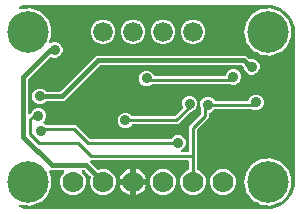
<source format=gbr>
G04 EAGLE Gerber RS-274X export*
G75*
%MOMM*%
%FSLAX34Y34*%
%LPD*%
%INBottom Copper*%
%IPPOS*%
%AMOC8*
5,1,8,0,0,1.08239X$1,22.5*%
G01*
%ADD10C,1.778000*%
%ADD11C,3.516000*%
%ADD12C,1.676400*%
%ADD13C,0.906400*%
%ADD14C,0.254000*%
%ADD15C,0.889000*%
%ADD16C,0.406400*%

G36*
X228622Y2543D02*
X228622Y2543D01*
X228700Y2545D01*
X232077Y2810D01*
X232145Y2824D01*
X232214Y2829D01*
X232370Y2869D01*
X238794Y4956D01*
X238901Y5006D01*
X239012Y5050D01*
X239063Y5083D01*
X239082Y5091D01*
X239097Y5104D01*
X239148Y5136D01*
X244612Y9107D01*
X244699Y9188D01*
X244746Y9227D01*
X244752Y9231D01*
X244753Y9233D01*
X244791Y9264D01*
X244829Y9310D01*
X244844Y9324D01*
X244855Y9341D01*
X244893Y9387D01*
X246586Y11717D01*
X246599Y11741D01*
X246616Y11761D01*
X246675Y11879D01*
X246739Y11996D01*
X246746Y12022D01*
X246758Y12046D01*
X246785Y12174D01*
X246799Y12185D01*
X246823Y12196D01*
X246925Y12281D01*
X247031Y12361D01*
X247048Y12382D01*
X247068Y12398D01*
X247171Y12522D01*
X248864Y14852D01*
X248921Y14956D01*
X248985Y15056D01*
X249007Y15113D01*
X249017Y15131D01*
X249022Y15151D01*
X249044Y15206D01*
X251131Y21630D01*
X251144Y21698D01*
X251167Y21764D01*
X251190Y21923D01*
X251455Y25300D01*
X251455Y25304D01*
X251456Y25307D01*
X251455Y25326D01*
X251459Y25400D01*
X251459Y152400D01*
X251457Y152422D01*
X251455Y152500D01*
X251190Y155877D01*
X251176Y155945D01*
X251171Y156014D01*
X251131Y156170D01*
X249044Y162594D01*
X248993Y162701D01*
X248950Y162812D01*
X248917Y162863D01*
X248909Y162882D01*
X248896Y162897D01*
X248864Y162948D01*
X247171Y165278D01*
X247153Y165297D01*
X247139Y165320D01*
X247044Y165413D01*
X246953Y165509D01*
X246931Y165524D01*
X246912Y165542D01*
X246798Y165608D01*
X246792Y165624D01*
X246789Y165651D01*
X246740Y165775D01*
X246697Y165900D01*
X246682Y165922D01*
X246672Y165947D01*
X246586Y166083D01*
X244893Y168413D01*
X244812Y168499D01*
X244736Y168591D01*
X244690Y168629D01*
X244676Y168644D01*
X244658Y168655D01*
X244612Y168693D01*
X239148Y172664D01*
X239044Y172721D01*
X238944Y172785D01*
X238887Y172807D01*
X238869Y172817D01*
X238849Y172822D01*
X238794Y172844D01*
X232370Y174931D01*
X232302Y174944D01*
X232236Y174967D01*
X232077Y174990D01*
X228700Y175255D01*
X228678Y175254D01*
X228600Y175259D01*
X25400Y175259D01*
X25378Y175257D01*
X25300Y175255D01*
X21923Y174990D01*
X21855Y174976D01*
X21786Y174971D01*
X21630Y174931D01*
X18892Y174041D01*
X18867Y174030D01*
X18841Y174024D01*
X18724Y173963D01*
X18604Y173906D01*
X18583Y173889D01*
X18560Y173877D01*
X18461Y173788D01*
X18359Y173703D01*
X18343Y173682D01*
X18323Y173664D01*
X18250Y173554D01*
X18172Y173446D01*
X18162Y173421D01*
X18147Y173399D01*
X18103Y173274D01*
X18054Y173150D01*
X18051Y173124D01*
X18042Y173099D01*
X18031Y172967D01*
X18014Y172835D01*
X18018Y172808D01*
X18016Y172782D01*
X18038Y172651D01*
X18054Y172519D01*
X18064Y172495D01*
X18068Y172468D01*
X18122Y172347D01*
X18171Y172224D01*
X18187Y172202D01*
X18198Y172178D01*
X18280Y172074D01*
X18358Y171966D01*
X18378Y171949D01*
X18395Y171928D01*
X18500Y171848D01*
X18603Y171763D01*
X18627Y171752D01*
X18648Y171736D01*
X18770Y171684D01*
X18890Y171628D01*
X18916Y171623D01*
X18941Y171612D01*
X19072Y171593D01*
X19203Y171568D01*
X19229Y171569D01*
X19256Y171565D01*
X19416Y171572D01*
X20598Y171696D01*
X20698Y171720D01*
X20799Y171734D01*
X20887Y171764D01*
X20908Y171769D01*
X20920Y171775D01*
X20951Y171786D01*
X21499Y172013D01*
X23543Y172013D01*
X23560Y172015D01*
X23676Y172020D01*
X27504Y172422D01*
X28573Y172075D01*
X28690Y172053D01*
X28805Y172023D01*
X28865Y172019D01*
X28885Y172015D01*
X28906Y172017D01*
X28965Y172013D01*
X29301Y172013D01*
X31209Y171222D01*
X31230Y171217D01*
X31303Y171188D01*
X35466Y169835D01*
X36078Y169285D01*
X36189Y169207D01*
X36297Y169126D01*
X36327Y169111D01*
X36339Y169103D01*
X36359Y169096D01*
X36441Y169055D01*
X36510Y169027D01*
X37805Y167732D01*
X37819Y167721D01*
X37853Y167686D01*
X41687Y164234D01*
X41900Y163756D01*
X41979Y163626D01*
X42250Y162971D01*
X42255Y162962D01*
X42263Y162941D01*
X45092Y156586D01*
X45092Y148214D01*
X43463Y144555D01*
X43418Y144407D01*
X43372Y144257D01*
X43372Y144254D01*
X43371Y144250D01*
X43365Y144095D01*
X43357Y143940D01*
X43358Y143936D01*
X43358Y143933D01*
X43390Y143779D01*
X43422Y143628D01*
X43423Y143625D01*
X43424Y143622D01*
X43495Y143479D01*
X43561Y143343D01*
X43564Y143340D01*
X43565Y143337D01*
X43669Y143216D01*
X43768Y143101D01*
X43771Y143099D01*
X43773Y143096D01*
X43902Y143006D01*
X44028Y142917D01*
X44031Y142916D01*
X44034Y142914D01*
X44179Y142860D01*
X44325Y142805D01*
X44329Y142804D01*
X44332Y142803D01*
X44486Y142787D01*
X44641Y142770D01*
X44645Y142770D01*
X44648Y142770D01*
X44801Y142792D01*
X44956Y142814D01*
X44961Y142815D01*
X44963Y142816D01*
X44969Y142818D01*
X45108Y142866D01*
X46971Y143638D01*
X49549Y143638D01*
X51929Y142652D01*
X53752Y140829D01*
X54738Y138449D01*
X54738Y135871D01*
X53752Y133491D01*
X51929Y131668D01*
X49549Y130682D01*
X46971Y130682D01*
X45456Y131310D01*
X45428Y131318D01*
X45402Y131331D01*
X45275Y131360D01*
X45150Y131394D01*
X45120Y131394D01*
X45091Y131401D01*
X44961Y131397D01*
X44832Y131399D01*
X44803Y131392D01*
X44773Y131391D01*
X44649Y131355D01*
X44522Y131325D01*
X44496Y131311D01*
X44468Y131303D01*
X44356Y131237D01*
X44241Y131176D01*
X44219Y131156D01*
X44194Y131141D01*
X44073Y131035D01*
X25772Y112734D01*
X25712Y112656D01*
X25644Y112584D01*
X25615Y112531D01*
X25578Y112483D01*
X25538Y112392D01*
X25490Y112305D01*
X25475Y112247D01*
X25451Y112191D01*
X25436Y112093D01*
X25411Y111997D01*
X25405Y111897D01*
X25401Y111877D01*
X25403Y111865D01*
X25401Y111837D01*
X25401Y83936D01*
X25418Y83798D01*
X25431Y83659D01*
X25438Y83640D01*
X25441Y83620D01*
X25492Y83491D01*
X25539Y83360D01*
X25550Y83343D01*
X25558Y83325D01*
X25639Y83212D01*
X25717Y83097D01*
X25733Y83084D01*
X25744Y83067D01*
X25852Y82978D01*
X25956Y82886D01*
X25974Y82877D01*
X25989Y82864D01*
X26115Y82805D01*
X26239Y82742D01*
X26259Y82737D01*
X26277Y82729D01*
X26413Y82703D01*
X26549Y82672D01*
X26570Y82673D01*
X26589Y82669D01*
X26728Y82678D01*
X26867Y82682D01*
X26887Y82688D01*
X26907Y82689D01*
X27039Y82732D01*
X27173Y82770D01*
X27190Y82781D01*
X27209Y82787D01*
X27327Y82861D01*
X27447Y82932D01*
X27468Y82950D01*
X27478Y82957D01*
X27492Y82972D01*
X27567Y83038D01*
X27950Y83421D01*
X27956Y83428D01*
X27963Y83434D01*
X28053Y83554D01*
X28145Y83672D01*
X28149Y83681D01*
X28155Y83688D01*
X28225Y83833D01*
X28697Y84971D01*
X30543Y86817D01*
X32956Y87817D01*
X35568Y87817D01*
X37981Y86817D01*
X39827Y84971D01*
X40827Y82558D01*
X40827Y79946D01*
X39827Y77533D01*
X38763Y76469D01*
X38732Y76430D01*
X38696Y76396D01*
X38635Y76305D01*
X38568Y76218D01*
X38548Y76172D01*
X38521Y76131D01*
X38485Y76027D01*
X38442Y75926D01*
X38434Y75877D01*
X38418Y75830D01*
X38409Y75720D01*
X38392Y75612D01*
X38396Y75562D01*
X38392Y75513D01*
X38411Y75405D01*
X38422Y75295D01*
X38438Y75248D01*
X38447Y75199D01*
X38492Y75099D01*
X38529Y74996D01*
X38557Y74955D01*
X38577Y74909D01*
X38646Y74823D01*
X38708Y74733D01*
X38745Y74700D01*
X38776Y74661D01*
X38864Y74595D01*
X38946Y74522D01*
X38990Y74500D01*
X39030Y74470D01*
X39175Y74399D01*
X39787Y74145D01*
X40407Y73525D01*
X40486Y73464D01*
X40558Y73396D01*
X40611Y73367D01*
X40659Y73330D01*
X40750Y73290D01*
X40836Y73242D01*
X40895Y73227D01*
X40951Y73203D01*
X41049Y73188D01*
X41144Y73163D01*
X41244Y73157D01*
X41265Y73153D01*
X41277Y73155D01*
X41305Y73153D01*
X66138Y73153D01*
X77196Y62094D01*
X77275Y62034D01*
X77347Y61966D01*
X77400Y61937D01*
X77448Y61900D01*
X77539Y61860D01*
X77625Y61812D01*
X77684Y61797D01*
X77739Y61773D01*
X77837Y61758D01*
X77933Y61733D01*
X78033Y61727D01*
X78054Y61723D01*
X78066Y61725D01*
X78094Y61723D01*
X145893Y61723D01*
X145991Y61735D01*
X146090Y61738D01*
X146148Y61755D01*
X146209Y61763D01*
X146301Y61799D01*
X146396Y61827D01*
X146448Y61857D01*
X146504Y61880D01*
X146584Y61938D01*
X146670Y61988D01*
X146745Y62054D01*
X146762Y62066D01*
X146769Y62076D01*
X146791Y62094D01*
X148681Y63985D01*
X151094Y64985D01*
X153706Y64985D01*
X156119Y63985D01*
X157965Y62139D01*
X158965Y59726D01*
X158965Y57114D01*
X157965Y54701D01*
X156119Y52855D01*
X155829Y52735D01*
X155768Y52700D01*
X155703Y52674D01*
X155631Y52622D01*
X155552Y52577D01*
X155502Y52529D01*
X155446Y52488D01*
X155388Y52418D01*
X155324Y52356D01*
X155288Y52296D01*
X155243Y52243D01*
X155205Y52161D01*
X155158Y52085D01*
X155137Y52018D01*
X155107Y51955D01*
X155091Y51867D01*
X155064Y51781D01*
X155061Y51711D01*
X155048Y51642D01*
X155053Y51553D01*
X155049Y51463D01*
X155063Y51395D01*
X155067Y51325D01*
X155095Y51240D01*
X155113Y51152D01*
X155144Y51089D01*
X155165Y51023D01*
X155214Y50947D01*
X155253Y50866D01*
X155298Y50813D01*
X155336Y50754D01*
X155401Y50692D01*
X155459Y50624D01*
X155516Y50584D01*
X155567Y50536D01*
X155646Y50493D01*
X155719Y50441D01*
X155785Y50416D01*
X155846Y50382D01*
X155933Y50360D01*
X156017Y50328D01*
X156086Y50320D01*
X156154Y50303D01*
X156314Y50293D01*
X160528Y50293D01*
X160646Y50308D01*
X160765Y50315D01*
X160803Y50328D01*
X160844Y50333D01*
X160954Y50376D01*
X161067Y50413D01*
X161102Y50435D01*
X161139Y50450D01*
X161235Y50519D01*
X161336Y50583D01*
X161364Y50613D01*
X161397Y50636D01*
X161473Y50728D01*
X161554Y50815D01*
X161574Y50850D01*
X161599Y50881D01*
X161650Y50989D01*
X161708Y51093D01*
X161718Y51133D01*
X161735Y51169D01*
X161757Y51286D01*
X161787Y51401D01*
X161791Y51461D01*
X161795Y51481D01*
X161793Y51502D01*
X161797Y51562D01*
X161797Y72678D01*
X171396Y82276D01*
X171456Y82355D01*
X171524Y82427D01*
X171553Y82480D01*
X171590Y82528D01*
X171630Y82619D01*
X171678Y82705D01*
X171693Y82764D01*
X171717Y82819D01*
X171732Y82917D01*
X171757Y83013D01*
X171763Y83113D01*
X171767Y83134D01*
X171765Y83146D01*
X171767Y83174D01*
X171767Y87990D01*
X171766Y87999D01*
X171767Y88008D01*
X171746Y88157D01*
X171727Y88305D01*
X171724Y88314D01*
X171723Y88323D01*
X171671Y88476D01*
X171299Y89372D01*
X171299Y91984D01*
X172299Y94397D01*
X174145Y96243D01*
X176558Y97243D01*
X179170Y97243D01*
X181583Y96243D01*
X183473Y94352D01*
X183552Y94292D01*
X183624Y94224D01*
X183677Y94195D01*
X183725Y94158D01*
X183816Y94118D01*
X183902Y94070D01*
X183961Y94055D01*
X184017Y94031D01*
X184115Y94016D01*
X184210Y93991D01*
X184310Y93985D01*
X184331Y93981D01*
X184343Y93983D01*
X184371Y93981D01*
X211013Y93981D01*
X211042Y93984D01*
X211071Y93982D01*
X211199Y94004D01*
X211328Y94021D01*
X211356Y94031D01*
X211385Y94036D01*
X211503Y94090D01*
X211624Y94138D01*
X211648Y94155D01*
X211675Y94167D01*
X211776Y94248D01*
X211881Y94324D01*
X211900Y94347D01*
X211923Y94366D01*
X212001Y94469D01*
X212084Y94569D01*
X212097Y94596D01*
X212114Y94620D01*
X212185Y94764D01*
X212875Y96429D01*
X214721Y98275D01*
X217134Y99275D01*
X219746Y99275D01*
X222159Y98275D01*
X224005Y96429D01*
X225005Y94016D01*
X225005Y91404D01*
X224005Y88991D01*
X222159Y87145D01*
X219746Y86145D01*
X217134Y86145D01*
X214634Y87181D01*
X214611Y87198D01*
X214520Y87238D01*
X214434Y87286D01*
X214375Y87301D01*
X214319Y87325D01*
X214221Y87340D01*
X214126Y87365D01*
X214026Y87371D01*
X214005Y87375D01*
X213993Y87373D01*
X213965Y87375D01*
X184371Y87375D01*
X184273Y87363D01*
X184174Y87360D01*
X184116Y87343D01*
X184055Y87335D01*
X183963Y87299D01*
X183868Y87271D01*
X183816Y87241D01*
X183760Y87218D01*
X183680Y87160D01*
X183594Y87110D01*
X183519Y87044D01*
X183502Y87032D01*
X183495Y87022D01*
X183473Y87004D01*
X181583Y85113D01*
X179156Y84108D01*
X179131Y84093D01*
X179103Y84084D01*
X178993Y84014D01*
X178880Y83950D01*
X178859Y83930D01*
X178834Y83914D01*
X178745Y83819D01*
X178652Y83729D01*
X178636Y83704D01*
X178616Y83682D01*
X178553Y83569D01*
X178485Y83458D01*
X178477Y83429D01*
X178462Y83404D01*
X178430Y83278D01*
X178392Y83154D01*
X178390Y83124D01*
X178383Y83096D01*
X178373Y82935D01*
X178373Y79912D01*
X168774Y70314D01*
X168714Y70235D01*
X168646Y70163D01*
X168617Y70110D01*
X168580Y70062D01*
X168540Y69971D01*
X168492Y69885D01*
X168477Y69826D01*
X168453Y69771D01*
X168438Y69673D01*
X168413Y69577D01*
X168407Y69477D01*
X168403Y69456D01*
X168405Y69444D01*
X168403Y69416D01*
X168403Y36703D01*
X168406Y36673D01*
X168404Y36644D01*
X168426Y36516D01*
X168443Y36387D01*
X168453Y36360D01*
X168458Y36331D01*
X168512Y36212D01*
X168560Y36091D01*
X168577Y36068D01*
X168589Y36041D01*
X168670Y35939D01*
X168746Y35834D01*
X168769Y35815D01*
X168788Y35792D01*
X168891Y35714D01*
X168991Y35631D01*
X169018Y35619D01*
X169042Y35601D01*
X169186Y35530D01*
X171287Y34660D01*
X174360Y31587D01*
X176023Y27573D01*
X176023Y23227D01*
X174360Y19213D01*
X171287Y16140D01*
X167273Y14477D01*
X162927Y14477D01*
X158913Y16140D01*
X155840Y19213D01*
X154177Y23227D01*
X154177Y27573D01*
X155840Y31587D01*
X158913Y34660D01*
X161014Y35530D01*
X161039Y35545D01*
X161067Y35554D01*
X161177Y35623D01*
X161290Y35688D01*
X161311Y35708D01*
X161336Y35724D01*
X161425Y35819D01*
X161518Y35909D01*
X161534Y35934D01*
X161554Y35956D01*
X161617Y36069D01*
X161685Y36180D01*
X161693Y36208D01*
X161708Y36234D01*
X161740Y36360D01*
X161778Y36484D01*
X161780Y36513D01*
X161787Y36542D01*
X161797Y36703D01*
X161797Y42418D01*
X161782Y42536D01*
X161775Y42655D01*
X161762Y42693D01*
X161757Y42734D01*
X161714Y42844D01*
X161677Y42957D01*
X161655Y42992D01*
X161640Y43029D01*
X161571Y43125D01*
X161507Y43226D01*
X161477Y43254D01*
X161454Y43287D01*
X161362Y43363D01*
X161275Y43444D01*
X161240Y43464D01*
X161209Y43489D01*
X161101Y43540D01*
X160997Y43598D01*
X160957Y43608D01*
X160921Y43625D01*
X160804Y43647D01*
X160689Y43677D01*
X160629Y43681D01*
X160609Y43685D01*
X160588Y43683D01*
X160528Y43687D01*
X79425Y43687D01*
X79287Y43670D01*
X79149Y43657D01*
X79130Y43650D01*
X79110Y43647D01*
X78981Y43596D01*
X78850Y43549D01*
X78833Y43538D01*
X78814Y43530D01*
X78702Y43449D01*
X78587Y43371D01*
X78573Y43355D01*
X78557Y43344D01*
X78468Y43236D01*
X78376Y43132D01*
X78367Y43114D01*
X78354Y43099D01*
X78295Y42973D01*
X78232Y42849D01*
X78227Y42829D01*
X78218Y42811D01*
X78192Y42674D01*
X78162Y42539D01*
X78162Y42518D01*
X78159Y42499D01*
X78167Y42360D01*
X78172Y42221D01*
X78177Y42201D01*
X78178Y42181D01*
X78221Y42049D01*
X78260Y41915D01*
X78270Y41898D01*
X78276Y41879D01*
X78351Y41761D01*
X78421Y41641D01*
X78440Y41620D01*
X78447Y41610D01*
X78462Y41596D01*
X78528Y41521D01*
X79366Y40682D01*
X84005Y36043D01*
X84029Y36025D01*
X84048Y36003D01*
X84154Y35928D01*
X84256Y35848D01*
X84284Y35837D01*
X84308Y35820D01*
X84429Y35774D01*
X84548Y35722D01*
X84577Y35717D01*
X84605Y35707D01*
X84734Y35692D01*
X84862Y35672D01*
X84892Y35675D01*
X84921Y35672D01*
X85050Y35690D01*
X85179Y35702D01*
X85207Y35712D01*
X85236Y35716D01*
X85388Y35768D01*
X86727Y36323D01*
X91073Y36323D01*
X95087Y34660D01*
X98160Y31587D01*
X99823Y27573D01*
X99823Y23227D01*
X98160Y19213D01*
X95087Y16140D01*
X91073Y14477D01*
X86727Y14477D01*
X82713Y16140D01*
X79640Y19213D01*
X77977Y23227D01*
X77977Y27573D01*
X78532Y28912D01*
X78540Y28940D01*
X78553Y28966D01*
X78582Y29093D01*
X78616Y29218D01*
X78616Y29248D01*
X78623Y29277D01*
X78619Y29406D01*
X78621Y29536D01*
X78614Y29565D01*
X78613Y29595D01*
X78577Y29719D01*
X78547Y29846D01*
X78533Y29872D01*
X78525Y29900D01*
X78459Y30012D01*
X78398Y30127D01*
X78378Y30149D01*
X78363Y30174D01*
X78257Y30295D01*
X73618Y34934D01*
X73540Y34994D01*
X73468Y35062D01*
X73415Y35091D01*
X73367Y35128D01*
X73276Y35168D01*
X73189Y35216D01*
X73131Y35231D01*
X73075Y35255D01*
X72977Y35270D01*
X72881Y35295D01*
X72781Y35301D01*
X72761Y35305D01*
X72749Y35303D01*
X72721Y35305D01*
X72106Y35305D01*
X71969Y35288D01*
X71830Y35275D01*
X71811Y35268D01*
X71790Y35265D01*
X71662Y35214D01*
X71530Y35167D01*
X71514Y35156D01*
X71495Y35148D01*
X71382Y35067D01*
X71267Y34989D01*
X71254Y34973D01*
X71237Y34962D01*
X71149Y34854D01*
X71057Y34750D01*
X71048Y34732D01*
X71035Y34717D01*
X70975Y34591D01*
X70912Y34467D01*
X70908Y34447D01*
X70899Y34429D01*
X70873Y34292D01*
X70843Y34157D01*
X70843Y34136D01*
X70839Y34117D01*
X70848Y33978D01*
X70852Y33839D01*
X70858Y33819D01*
X70859Y33799D01*
X70902Y33667D01*
X70941Y33533D01*
X70951Y33516D01*
X70957Y33497D01*
X71032Y33379D01*
X71102Y33259D01*
X71121Y33238D01*
X71127Y33228D01*
X71142Y33214D01*
X71209Y33139D01*
X72760Y31587D01*
X74423Y27573D01*
X74423Y23227D01*
X72760Y19213D01*
X69687Y16140D01*
X65673Y14477D01*
X61327Y14477D01*
X57313Y16140D01*
X54240Y19213D01*
X52577Y23227D01*
X52577Y27573D01*
X54240Y31587D01*
X55791Y33139D01*
X55877Y33248D01*
X55965Y33355D01*
X55974Y33374D01*
X55986Y33390D01*
X56042Y33518D01*
X56101Y33643D01*
X56105Y33663D01*
X56113Y33682D01*
X56135Y33820D01*
X56161Y33956D01*
X56159Y33976D01*
X56163Y33996D01*
X56150Y34135D01*
X56141Y34273D01*
X56135Y34292D01*
X56133Y34312D01*
X56086Y34444D01*
X56043Y34575D01*
X56032Y34593D01*
X56025Y34612D01*
X55947Y34727D01*
X55873Y34844D01*
X55858Y34858D01*
X55847Y34875D01*
X55742Y34967D01*
X55641Y35062D01*
X55623Y35072D01*
X55608Y35085D01*
X55484Y35149D01*
X55363Y35216D01*
X55343Y35221D01*
X55325Y35230D01*
X55189Y35260D01*
X55055Y35295D01*
X55027Y35297D01*
X55015Y35300D01*
X54994Y35299D01*
X54894Y35305D01*
X44500Y35305D01*
X44435Y35297D01*
X44368Y35298D01*
X44277Y35277D01*
X44185Y35265D01*
X44123Y35241D01*
X44059Y35226D01*
X43976Y35183D01*
X43889Y35148D01*
X43836Y35110D01*
X43777Y35079D01*
X43707Y35016D01*
X43632Y34962D01*
X43590Y34910D01*
X43540Y34866D01*
X43489Y34789D01*
X43429Y34717D01*
X43401Y34657D01*
X43364Y34601D01*
X43333Y34513D01*
X43294Y34429D01*
X43281Y34364D01*
X43259Y34301D01*
X43251Y34208D01*
X43234Y34117D01*
X43238Y34050D01*
X43232Y33984D01*
X43248Y33892D01*
X43253Y33799D01*
X43274Y33736D01*
X43285Y33671D01*
X43341Y33520D01*
X45092Y29586D01*
X45092Y21214D01*
X42263Y14859D01*
X42260Y14849D01*
X42250Y14829D01*
X41994Y14211D01*
X41975Y14187D01*
X41970Y14179D01*
X41968Y14175D01*
X41963Y14164D01*
X41900Y14044D01*
X41687Y13566D01*
X37853Y10114D01*
X37841Y10100D01*
X37805Y10068D01*
X36510Y8773D01*
X36441Y8745D01*
X36324Y8678D01*
X36204Y8615D01*
X36177Y8594D01*
X36165Y8587D01*
X36150Y8572D01*
X36078Y8515D01*
X35466Y7965D01*
X31302Y6612D01*
X31283Y6603D01*
X31209Y6577D01*
X29301Y5787D01*
X28965Y5787D01*
X28847Y5772D01*
X28729Y5765D01*
X28670Y5750D01*
X28650Y5747D01*
X28631Y5740D01*
X28573Y5725D01*
X27504Y5378D01*
X23676Y5780D01*
X23658Y5780D01*
X23543Y5787D01*
X21499Y5787D01*
X20951Y6014D01*
X20852Y6041D01*
X20757Y6077D01*
X20665Y6092D01*
X20644Y6098D01*
X20631Y6098D01*
X20598Y6104D01*
X19416Y6228D01*
X19390Y6227D01*
X19364Y6232D01*
X19231Y6224D01*
X19098Y6221D01*
X19073Y6214D01*
X19046Y6213D01*
X18920Y6172D01*
X18792Y6136D01*
X18769Y6123D01*
X18744Y6114D01*
X18632Y6043D01*
X18517Y5977D01*
X18498Y5958D01*
X18475Y5944D01*
X18384Y5848D01*
X18289Y5755D01*
X18276Y5732D01*
X18257Y5712D01*
X18193Y5596D01*
X18124Y5483D01*
X18117Y5457D01*
X18104Y5434D01*
X18071Y5305D01*
X18032Y5178D01*
X18031Y5152D01*
X18025Y5126D01*
X18025Y4993D01*
X18019Y4860D01*
X18024Y4834D01*
X18024Y4808D01*
X18057Y4679D01*
X18085Y4549D01*
X18097Y4525D01*
X18103Y4500D01*
X18167Y4383D01*
X18226Y4264D01*
X18243Y4244D01*
X18256Y4221D01*
X18347Y4124D01*
X18433Y4023D01*
X18455Y4008D01*
X18474Y3989D01*
X18585Y3917D01*
X18694Y3842D01*
X18719Y3832D01*
X18742Y3818D01*
X18892Y3759D01*
X21630Y2869D01*
X21698Y2856D01*
X21764Y2833D01*
X21923Y2810D01*
X25300Y2545D01*
X25322Y2546D01*
X25400Y2541D01*
X228600Y2541D01*
X228622Y2543D01*
G37*
%LPC*%
G36*
X34254Y91225D02*
X34254Y91225D01*
X31841Y92225D01*
X29995Y94071D01*
X28995Y96484D01*
X28995Y99096D01*
X29995Y101509D01*
X31841Y103355D01*
X34254Y104355D01*
X36866Y104355D01*
X39279Y103355D01*
X40407Y102226D01*
X40486Y102166D01*
X40558Y102098D01*
X40611Y102069D01*
X40659Y102032D01*
X40750Y101992D01*
X40836Y101944D01*
X40895Y101929D01*
X40951Y101905D01*
X41049Y101890D01*
X41144Y101865D01*
X41244Y101859D01*
X41265Y101855D01*
X41277Y101857D01*
X41305Y101855D01*
X52401Y101855D01*
X52499Y101867D01*
X52598Y101870D01*
X52656Y101887D01*
X52716Y101895D01*
X52808Y101931D01*
X52903Y101959D01*
X52955Y101989D01*
X53012Y102012D01*
X53092Y102070D01*
X53177Y102120D01*
X53253Y102186D01*
X53269Y102198D01*
X53277Y102208D01*
X53298Y102226D01*
X83406Y132335D01*
X209964Y132335D01*
X212563Y129736D01*
X212590Y129715D01*
X212612Y129689D01*
X212674Y129646D01*
X212715Y129608D01*
X212759Y129583D01*
X212814Y129541D01*
X212845Y129527D01*
X212874Y129508D01*
X212943Y129482D01*
X212993Y129454D01*
X213044Y129441D01*
X213106Y129415D01*
X213140Y129409D01*
X213172Y129397D01*
X213244Y129390D01*
X213301Y129375D01*
X213391Y129369D01*
X213420Y129365D01*
X213437Y129366D01*
X213462Y129365D01*
X213485Y129365D01*
X213488Y129364D01*
X213491Y129365D01*
X216326Y129365D01*
X218739Y128365D01*
X220585Y126519D01*
X221585Y124106D01*
X221585Y121494D01*
X220585Y119081D01*
X218739Y117235D01*
X216326Y116235D01*
X213714Y116235D01*
X211301Y117235D01*
X209455Y119081D01*
X208455Y121494D01*
X208455Y121821D01*
X208443Y121919D01*
X208440Y122018D01*
X208423Y122076D01*
X208415Y122136D01*
X208379Y122228D01*
X208351Y122323D01*
X208321Y122375D01*
X208298Y122432D01*
X208240Y122512D01*
X208190Y122597D01*
X208124Y122673D01*
X208112Y122689D01*
X208102Y122697D01*
X208084Y122718D01*
X206968Y123834D01*
X206890Y123894D01*
X206818Y123962D01*
X206765Y123991D01*
X206717Y124028D01*
X206626Y124068D01*
X206539Y124116D01*
X206481Y124131D01*
X206425Y124155D01*
X206327Y124170D01*
X206231Y124195D01*
X206131Y124201D01*
X206111Y124205D01*
X206099Y124203D01*
X206071Y124205D01*
X87299Y124205D01*
X87201Y124193D01*
X87102Y124190D01*
X87044Y124173D01*
X86984Y124165D01*
X86892Y124129D01*
X86797Y124101D01*
X86745Y124071D01*
X86688Y124048D01*
X86608Y123990D01*
X86523Y123940D01*
X86447Y123874D01*
X86431Y123862D01*
X86423Y123852D01*
X86402Y123834D01*
X56294Y93725D01*
X41305Y93725D01*
X41207Y93713D01*
X41108Y93710D01*
X41050Y93693D01*
X40989Y93685D01*
X40897Y93649D01*
X40802Y93621D01*
X40750Y93591D01*
X40694Y93568D01*
X40614Y93510D01*
X40528Y93460D01*
X40453Y93394D01*
X40436Y93382D01*
X40429Y93372D01*
X40407Y93354D01*
X39279Y92225D01*
X36866Y91225D01*
X34254Y91225D01*
G37*
%LPD*%
%LPC*%
G36*
X226876Y5780D02*
X226876Y5780D01*
X226858Y5780D01*
X226743Y5787D01*
X224699Y5787D01*
X224151Y6014D01*
X224052Y6041D01*
X223957Y6077D01*
X223865Y6092D01*
X223844Y6098D01*
X223831Y6098D01*
X223798Y6104D01*
X222379Y6253D01*
X219415Y7964D01*
X219413Y7965D01*
X219410Y7967D01*
X219266Y8038D01*
X217490Y8773D01*
X216893Y9370D01*
X216826Y9422D01*
X216765Y9483D01*
X216651Y9558D01*
X216642Y9565D01*
X216638Y9567D01*
X216631Y9572D01*
X215129Y10439D01*
X213339Y12903D01*
X213326Y12917D01*
X213316Y12933D01*
X213209Y13054D01*
X211973Y14290D01*
X211557Y15296D01*
X211522Y15356D01*
X211497Y15420D01*
X211411Y15556D01*
X210208Y17211D01*
X209647Y19849D01*
X209636Y19883D01*
X209631Y19919D01*
X209579Y20071D01*
X208987Y21499D01*
X208987Y22822D01*
X208981Y22874D01*
X208983Y22926D01*
X208960Y23086D01*
X208468Y25400D01*
X208960Y27714D01*
X208964Y27767D01*
X208977Y27817D01*
X208987Y27978D01*
X208987Y29301D01*
X209579Y30729D01*
X209588Y30763D01*
X209604Y30795D01*
X209647Y30951D01*
X210208Y33589D01*
X211411Y35244D01*
X211444Y35305D01*
X211486Y35360D01*
X211557Y35504D01*
X211973Y36510D01*
X213209Y37746D01*
X213221Y37761D01*
X213236Y37773D01*
X213339Y37897D01*
X215129Y40361D01*
X216631Y41228D01*
X216699Y41280D01*
X216773Y41324D01*
X216875Y41414D01*
X216884Y41421D01*
X216887Y41424D01*
X216893Y41430D01*
X217490Y42027D01*
X219266Y42762D01*
X219268Y42764D01*
X219271Y42764D01*
X219415Y42836D01*
X222379Y44547D01*
X223798Y44696D01*
X223898Y44720D01*
X223999Y44734D01*
X224087Y44764D01*
X224108Y44769D01*
X224120Y44775D01*
X224151Y44786D01*
X224699Y45013D01*
X226743Y45013D01*
X226760Y45015D01*
X226876Y45020D01*
X230704Y45422D01*
X231773Y45075D01*
X231890Y45053D01*
X232005Y45023D01*
X232065Y45019D01*
X232085Y45015D01*
X232106Y45017D01*
X232165Y45013D01*
X232501Y45013D01*
X234409Y44223D01*
X234430Y44217D01*
X234503Y44188D01*
X238666Y42835D01*
X239278Y42285D01*
X239389Y42207D01*
X239497Y42126D01*
X239527Y42111D01*
X239539Y42103D01*
X239559Y42096D01*
X239641Y42055D01*
X239710Y42027D01*
X241005Y40732D01*
X241019Y40721D01*
X241053Y40686D01*
X244887Y37234D01*
X245100Y36756D01*
X245179Y36626D01*
X245450Y35971D01*
X245455Y35963D01*
X245463Y35941D01*
X248292Y29586D01*
X248292Y21214D01*
X245463Y14859D01*
X245460Y14849D01*
X245450Y14829D01*
X245194Y14211D01*
X245175Y14187D01*
X245170Y14178D01*
X245168Y14175D01*
X245163Y14165D01*
X245100Y14044D01*
X244985Y13785D01*
X244977Y13759D01*
X244964Y13736D01*
X244931Y13607D01*
X244914Y13552D01*
X244880Y13536D01*
X244860Y13519D01*
X244836Y13507D01*
X244710Y13407D01*
X241053Y10114D01*
X241041Y10100D01*
X241005Y10068D01*
X239710Y8773D01*
X239641Y8745D01*
X239524Y8678D01*
X239404Y8615D01*
X239377Y8594D01*
X239365Y8587D01*
X239350Y8572D01*
X239278Y8515D01*
X238666Y7965D01*
X234502Y6612D01*
X234483Y6603D01*
X234409Y6577D01*
X232501Y5787D01*
X232165Y5787D01*
X232047Y5772D01*
X231929Y5765D01*
X231870Y5750D01*
X231850Y5747D01*
X231831Y5740D01*
X231773Y5725D01*
X230704Y5378D01*
X226876Y5780D01*
G37*
%LPD*%
%LPC*%
G36*
X226876Y132780D02*
X226876Y132780D01*
X226858Y132780D01*
X226743Y132787D01*
X224699Y132787D01*
X224151Y133014D01*
X224052Y133041D01*
X223957Y133077D01*
X223865Y133092D01*
X223844Y133098D01*
X223831Y133098D01*
X223798Y133104D01*
X222379Y133253D01*
X219415Y134964D01*
X219413Y134965D01*
X219410Y134967D01*
X219266Y135038D01*
X217490Y135773D01*
X216893Y136370D01*
X216826Y136422D01*
X216765Y136483D01*
X216651Y136558D01*
X216642Y136565D01*
X216638Y136567D01*
X216631Y136572D01*
X215129Y137439D01*
X213339Y139903D01*
X213326Y139917D01*
X213316Y139933D01*
X213209Y140054D01*
X211973Y141290D01*
X211557Y142296D01*
X211522Y142356D01*
X211497Y142420D01*
X211411Y142556D01*
X210208Y144211D01*
X209647Y146849D01*
X209636Y146883D01*
X209631Y146919D01*
X209579Y147071D01*
X208987Y148499D01*
X208987Y149822D01*
X208981Y149874D01*
X208983Y149926D01*
X208960Y150086D01*
X208468Y152400D01*
X208960Y154714D01*
X208964Y154767D01*
X208977Y154817D01*
X208987Y154978D01*
X208987Y156301D01*
X209579Y157729D01*
X209588Y157763D01*
X209604Y157795D01*
X209647Y157951D01*
X210208Y160589D01*
X211411Y162244D01*
X211444Y162305D01*
X211486Y162360D01*
X211557Y162504D01*
X211973Y163510D01*
X213209Y164746D01*
X213221Y164761D01*
X213236Y164773D01*
X213339Y164897D01*
X215129Y167361D01*
X216631Y168228D01*
X216699Y168280D01*
X216773Y168324D01*
X216875Y168414D01*
X216884Y168421D01*
X216887Y168424D01*
X216893Y168430D01*
X217490Y169027D01*
X219266Y169762D01*
X219268Y169764D01*
X219271Y169764D01*
X219415Y169836D01*
X222379Y171547D01*
X223798Y171696D01*
X223898Y171720D01*
X223999Y171734D01*
X224087Y171764D01*
X224108Y171769D01*
X224120Y171775D01*
X224151Y171786D01*
X224699Y172013D01*
X226743Y172013D01*
X226760Y172015D01*
X226876Y172020D01*
X230704Y172422D01*
X231773Y172075D01*
X231890Y172053D01*
X232005Y172023D01*
X232065Y172019D01*
X232085Y172015D01*
X232106Y172017D01*
X232165Y172013D01*
X232501Y172013D01*
X234409Y171223D01*
X234430Y171217D01*
X234503Y171188D01*
X238666Y169835D01*
X239278Y169285D01*
X239389Y169207D01*
X239497Y169126D01*
X239527Y169111D01*
X239539Y169103D01*
X239559Y169096D01*
X239641Y169055D01*
X239710Y169027D01*
X241005Y167732D01*
X241019Y167721D01*
X241053Y167686D01*
X244710Y164393D01*
X244732Y164378D01*
X244750Y164359D01*
X244862Y164287D01*
X244910Y164254D01*
X244914Y164217D01*
X244924Y164192D01*
X244929Y164166D01*
X244985Y164015D01*
X245100Y163756D01*
X245179Y163626D01*
X245450Y162971D01*
X245455Y162963D01*
X245463Y162941D01*
X248292Y156586D01*
X248292Y148214D01*
X245463Y141859D01*
X245460Y141849D01*
X245450Y141829D01*
X245194Y141211D01*
X245175Y141187D01*
X245170Y141179D01*
X245168Y141175D01*
X245163Y141164D01*
X245100Y141044D01*
X244887Y140566D01*
X241053Y137114D01*
X241041Y137100D01*
X241005Y137068D01*
X239710Y135773D01*
X239641Y135745D01*
X239524Y135678D01*
X239404Y135615D01*
X239377Y135594D01*
X239365Y135587D01*
X239350Y135572D01*
X239278Y135515D01*
X238666Y134965D01*
X234502Y133612D01*
X234483Y133603D01*
X234409Y133577D01*
X232501Y132787D01*
X232165Y132787D01*
X232047Y132772D01*
X231929Y132765D01*
X231870Y132750D01*
X231850Y132747D01*
X231831Y132740D01*
X231773Y132725D01*
X230704Y132378D01*
X226876Y132780D01*
G37*
%LPD*%
%LPC*%
G36*
X124608Y106552D02*
X124608Y106552D01*
X122228Y107538D01*
X120405Y109361D01*
X119419Y111741D01*
X119419Y114319D01*
X120405Y116699D01*
X122228Y118522D01*
X124608Y119508D01*
X127186Y119508D01*
X129566Y118522D01*
X131389Y116699D01*
X131742Y115846D01*
X131757Y115821D01*
X131766Y115793D01*
X131835Y115683D01*
X131899Y115570D01*
X131920Y115549D01*
X131936Y115524D01*
X132030Y115435D01*
X132121Y115342D01*
X132146Y115326D01*
X132167Y115306D01*
X132281Y115243D01*
X132392Y115175D01*
X132420Y115167D01*
X132446Y115152D01*
X132572Y115120D01*
X132696Y115082D01*
X132725Y115080D01*
X132754Y115073D01*
X132915Y115063D01*
X191752Y115063D01*
X191781Y115066D01*
X191811Y115064D01*
X191939Y115086D01*
X192068Y115103D01*
X192095Y115113D01*
X192124Y115118D01*
X192243Y115172D01*
X192363Y115220D01*
X192387Y115237D01*
X192414Y115249D01*
X192516Y115330D01*
X192621Y115406D01*
X192640Y115429D01*
X192663Y115448D01*
X192741Y115551D01*
X192824Y115651D01*
X192836Y115678D01*
X192854Y115702D01*
X192925Y115846D01*
X193825Y118019D01*
X195671Y119865D01*
X198084Y120865D01*
X200696Y120865D01*
X203109Y119865D01*
X204955Y118019D01*
X205955Y115606D01*
X205955Y112994D01*
X204955Y110581D01*
X203109Y108735D01*
X200696Y107735D01*
X198084Y107735D01*
X196574Y108361D01*
X196565Y108363D01*
X196557Y108368D01*
X196412Y108405D01*
X196268Y108445D01*
X196258Y108445D01*
X196249Y108447D01*
X196089Y108457D01*
X131011Y108457D01*
X130913Y108445D01*
X130814Y108442D01*
X130755Y108425D01*
X130695Y108417D01*
X130603Y108381D01*
X130508Y108353D01*
X130456Y108323D01*
X130400Y108300D01*
X130320Y108242D01*
X130234Y108192D01*
X130159Y108126D01*
X130142Y108114D01*
X130135Y108104D01*
X130113Y108086D01*
X129566Y107538D01*
X127186Y106552D01*
X124608Y106552D01*
G37*
%LPD*%
%LPC*%
G36*
X106661Y70992D02*
X106661Y70992D01*
X104281Y71978D01*
X102458Y73801D01*
X101472Y76181D01*
X101472Y78759D01*
X102458Y81139D01*
X104281Y82962D01*
X106661Y83948D01*
X109239Y83948D01*
X111619Y82962D01*
X113436Y81144D01*
X113515Y81084D01*
X113587Y81016D01*
X113640Y80987D01*
X113688Y80950D01*
X113779Y80910D01*
X113865Y80862D01*
X113924Y80847D01*
X113980Y80823D01*
X114078Y80808D01*
X114173Y80783D01*
X114273Y80777D01*
X114294Y80773D01*
X114306Y80775D01*
X114334Y80773D01*
X149236Y80773D01*
X149334Y80785D01*
X149433Y80788D01*
X149492Y80805D01*
X149552Y80813D01*
X149644Y80849D01*
X149739Y80877D01*
X149791Y80907D01*
X149847Y80930D01*
X149927Y80988D01*
X150013Y81038D01*
X150088Y81104D01*
X150105Y81116D01*
X150113Y81126D01*
X150134Y81144D01*
X156187Y87198D01*
X156205Y87221D01*
X156227Y87240D01*
X156302Y87346D01*
X156382Y87449D01*
X156393Y87476D01*
X156410Y87500D01*
X156456Y87621D01*
X156508Y87741D01*
X156513Y87770D01*
X156523Y87797D01*
X156538Y87926D01*
X156558Y88055D01*
X156555Y88084D01*
X156558Y88113D01*
X156540Y88242D01*
X156528Y88371D01*
X156518Y88399D01*
X156514Y88428D01*
X156462Y88581D01*
X155782Y90221D01*
X155782Y92799D01*
X156768Y95179D01*
X158591Y97002D01*
X160971Y97988D01*
X163549Y97988D01*
X165929Y97002D01*
X167752Y95179D01*
X168738Y92799D01*
X168738Y90221D01*
X167752Y87841D01*
X165929Y86018D01*
X163465Y84998D01*
X163457Y84993D01*
X163448Y84991D01*
X163319Y84914D01*
X163189Y84840D01*
X163182Y84834D01*
X163174Y84829D01*
X163053Y84723D01*
X152498Y74167D01*
X114334Y74167D01*
X114236Y74155D01*
X114137Y74152D01*
X114078Y74135D01*
X114018Y74127D01*
X113926Y74091D01*
X113831Y74063D01*
X113779Y74033D01*
X113723Y74010D01*
X113643Y73952D01*
X113557Y73902D01*
X113482Y73836D01*
X113465Y73824D01*
X113458Y73814D01*
X113436Y73796D01*
X111619Y71978D01*
X109239Y70992D01*
X106661Y70992D01*
G37*
%LPD*%
%LPC*%
G36*
X188327Y14477D02*
X188327Y14477D01*
X184313Y16140D01*
X181240Y19213D01*
X179577Y23227D01*
X179577Y27573D01*
X181240Y31587D01*
X184313Y34660D01*
X188327Y36323D01*
X192673Y36323D01*
X196687Y34660D01*
X199760Y31587D01*
X201423Y27573D01*
X201423Y23227D01*
X199760Y19213D01*
X196687Y16140D01*
X192673Y14477D01*
X188327Y14477D01*
G37*
%LPD*%
%LPC*%
G36*
X137527Y14477D02*
X137527Y14477D01*
X133513Y16140D01*
X130440Y19213D01*
X128777Y23227D01*
X128777Y27573D01*
X130440Y31587D01*
X133513Y34660D01*
X137527Y36323D01*
X141873Y36323D01*
X145887Y34660D01*
X148960Y31587D01*
X150623Y27573D01*
X150623Y23227D01*
X148960Y19213D01*
X145887Y16140D01*
X141873Y14477D01*
X137527Y14477D01*
G37*
%LPD*%
%LPC*%
G36*
X137628Y141985D02*
X137628Y141985D01*
X133801Y143571D01*
X130871Y146501D01*
X129285Y150328D01*
X129285Y154472D01*
X130871Y158299D01*
X133801Y161229D01*
X137628Y162815D01*
X141772Y162815D01*
X145599Y161229D01*
X148529Y158299D01*
X150115Y154472D01*
X150115Y150328D01*
X148529Y146501D01*
X145599Y143571D01*
X141772Y141985D01*
X137628Y141985D01*
G37*
%LPD*%
%LPC*%
G36*
X86828Y141985D02*
X86828Y141985D01*
X83001Y143571D01*
X80071Y146501D01*
X78485Y150328D01*
X78485Y154472D01*
X80071Y158299D01*
X83001Y161229D01*
X86828Y162815D01*
X90972Y162815D01*
X94799Y161229D01*
X97729Y158299D01*
X99315Y154472D01*
X99315Y150328D01*
X97729Y146501D01*
X94799Y143571D01*
X90972Y141985D01*
X86828Y141985D01*
G37*
%LPD*%
%LPC*%
G36*
X163028Y141985D02*
X163028Y141985D01*
X159201Y143571D01*
X156271Y146501D01*
X154685Y150328D01*
X154685Y154472D01*
X156271Y158299D01*
X159201Y161229D01*
X163028Y162815D01*
X167172Y162815D01*
X170999Y161229D01*
X173929Y158299D01*
X175515Y154472D01*
X175515Y150328D01*
X173929Y146501D01*
X170999Y143571D01*
X167172Y141985D01*
X163028Y141985D01*
G37*
%LPD*%
%LPC*%
G36*
X112228Y141985D02*
X112228Y141985D01*
X108401Y143571D01*
X105471Y146501D01*
X103885Y150328D01*
X103885Y154472D01*
X105471Y158299D01*
X108401Y161229D01*
X112228Y162815D01*
X116372Y162815D01*
X120199Y161229D01*
X123129Y158299D01*
X124715Y154472D01*
X124715Y150328D01*
X123129Y146501D01*
X120199Y143571D01*
X116372Y141985D01*
X112228Y141985D01*
G37*
%LPD*%
%LPC*%
G36*
X116799Y27899D02*
X116799Y27899D01*
X116799Y36577D01*
X116977Y36549D01*
X118688Y35993D01*
X120291Y35177D01*
X121747Y34119D01*
X123019Y32847D01*
X124077Y31391D01*
X124893Y29788D01*
X125449Y28077D01*
X125477Y27899D01*
X116799Y27899D01*
G37*
%LPD*%
%LPC*%
G36*
X103123Y27899D02*
X103123Y27899D01*
X103151Y28077D01*
X103707Y29788D01*
X104523Y31391D01*
X105581Y32847D01*
X106853Y34119D01*
X108309Y35177D01*
X109912Y35993D01*
X111623Y36549D01*
X111801Y36577D01*
X111801Y27899D01*
X103123Y27899D01*
G37*
%LPD*%
%LPC*%
G36*
X116799Y22901D02*
X116799Y22901D01*
X125477Y22901D01*
X125449Y22723D01*
X124893Y21012D01*
X124077Y19409D01*
X123019Y17953D01*
X121747Y16681D01*
X120291Y15623D01*
X118688Y14807D01*
X116977Y14251D01*
X116799Y14223D01*
X116799Y22901D01*
G37*
%LPD*%
%LPC*%
G36*
X111623Y14251D02*
X111623Y14251D01*
X109912Y14807D01*
X108309Y15623D01*
X106853Y16681D01*
X105581Y17953D01*
X104523Y19409D01*
X103707Y21012D01*
X103151Y22723D01*
X103123Y22901D01*
X111801Y22901D01*
X111801Y14223D01*
X111623Y14251D01*
G37*
%LPD*%
D10*
X63500Y25400D03*
X88900Y25400D03*
X114300Y25400D03*
X139700Y25400D03*
X165100Y25400D03*
X190500Y25400D03*
D11*
X25400Y152400D03*
X228600Y152400D03*
X25400Y25400D03*
X228600Y25400D03*
D12*
X88900Y152400D03*
X114300Y152400D03*
X139700Y152400D03*
X165100Y152400D03*
D13*
X35560Y110744D03*
X220980Y72390D03*
X144780Y90170D03*
X155194Y137668D03*
X78232Y134112D03*
X34262Y81252D03*
D14*
X34008Y81506D01*
X30706Y81506D01*
D13*
X218440Y92710D03*
D14*
X30706Y81506D02*
X27432Y78232D01*
X27432Y65786D01*
X35052Y58166D01*
X67915Y58166D01*
D13*
X177864Y90678D03*
D14*
X216408Y90678D02*
X218440Y92710D01*
X216408Y90678D02*
X177864Y90678D01*
X177102Y90678D01*
X175070Y88646D01*
X175070Y81280D01*
X165100Y71310D01*
X165100Y46990D01*
X165100Y25400D01*
X165100Y46990D02*
X79091Y46990D01*
X67915Y58166D01*
D13*
X36068Y68580D03*
X152400Y58420D03*
D14*
X76200Y58420D01*
X64770Y69850D01*
X37338Y69850D02*
X36068Y68580D01*
X37338Y69850D02*
X64770Y69850D01*
D13*
X199390Y114300D03*
D15*
X125897Y113030D03*
D14*
X127167Y111760D01*
X196850Y111760D02*
X199390Y114300D01*
X196850Y111760D02*
X127167Y111760D01*
D15*
X107950Y77470D03*
D14*
X151130Y77470D01*
X162260Y88600D01*
X162260Y91510D01*
D15*
X162260Y91510D03*
D16*
X88900Y25400D02*
X74930Y39370D01*
X21336Y63754D02*
X21336Y114046D01*
X21336Y63754D02*
X45720Y39370D01*
X44450Y137160D02*
X48260Y137160D01*
D15*
X48260Y137160D03*
D16*
X45720Y39370D02*
X74930Y39370D01*
X21336Y114046D02*
X44450Y137160D01*
D13*
X215020Y122800D03*
D16*
X213750Y122800D01*
X208280Y128270D01*
X85090Y128270D02*
X54610Y97790D01*
X35560Y97790D01*
D13*
X35560Y97790D03*
D16*
X85090Y128270D02*
X208280Y128270D01*
M02*

</source>
